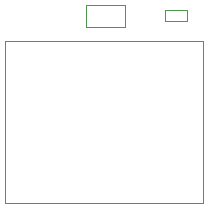
<source format=gbr>
%TF.GenerationSoftware,KiCad,Pcbnew,9.0.5-1.fc42*%
%TF.CreationDate,2025-12-03T05:13:32+01:00*%
%TF.ProjectId,Block-RotaryEncoder,426c6f63-6b2d-4526-9f74-617279456e63,1*%
%TF.SameCoordinates,Original*%
%TF.FileFunction,Other,User*%
%FSLAX46Y46*%
G04 Gerber Fmt 4.6, Leading zero omitted, Abs format (unit mm)*
G04 Created by KiCad (PCBNEW 9.0.5-1.fc42) date 2025-12-03 05:13:32*
%MOMM*%
%LPD*%
G01*
G04 APERTURE LIST*
%ADD10C,0.050000*%
G04 APERTURE END LIST*
D10*
%TO.C,SW1*%
X130565000Y-106815000D02*
X130565000Y-120515000D01*
X130565000Y-106815000D02*
X147315000Y-106815000D01*
X147315000Y-120515000D02*
X130565000Y-120515000D01*
X147315000Y-120515000D02*
X147315000Y-106815000D01*
%TO.C,D1*%
X137385000Y-103748800D02*
X140745000Y-103748800D01*
X137385000Y-105648800D02*
X137385000Y-103748800D01*
X140745000Y-103748800D02*
X140745000Y-105648800D01*
X140745000Y-105648800D02*
X137385000Y-105648800D01*
%TO.C,R1*%
X144131400Y-104228800D02*
X145991400Y-104228800D01*
X144131400Y-105168800D02*
X144131400Y-104228800D01*
X145991400Y-104228800D02*
X145991400Y-105168800D01*
X145991400Y-105168800D02*
X144131400Y-105168800D01*
%TD*%
M02*

</source>
